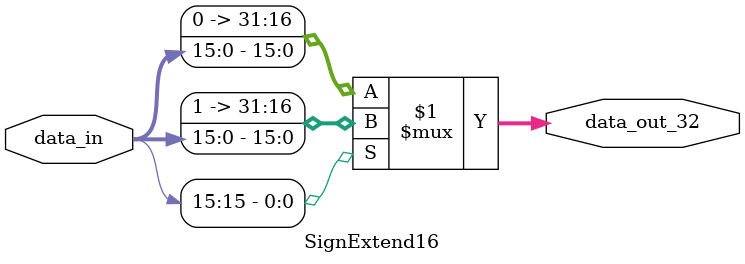
<source format=v>
module SignExtend16(
    input  wire [15:0] data_in,
    output wire [31:0] data_out_32 
);

    assign data_out_32 = (data_in[15]) ? {{16{1'b1}}, data_in} : {{16{1'b0}}, data_in};

endmodule
</source>
